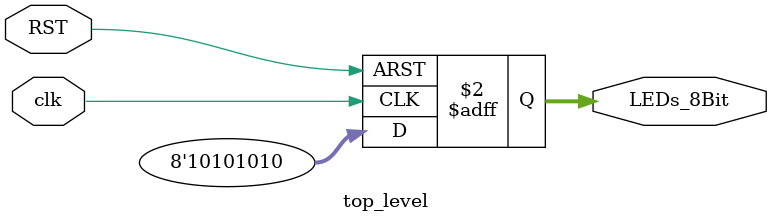
<source format=v>
`timescale 1ns / 1ps

module top_level(
	input			clk,
	input 		RST,
	output reg	[7:0]LEDs_8Bit);

//Just to see something change
always@(posedge clk, posedge RST) begin
	if(RST) begin
		LEDs_8Bit <= 8'b11111111;
	end
	else begin
		LEDs_8Bit <= 8'b10101010;
	end
end

// main body

endmodule

</source>
